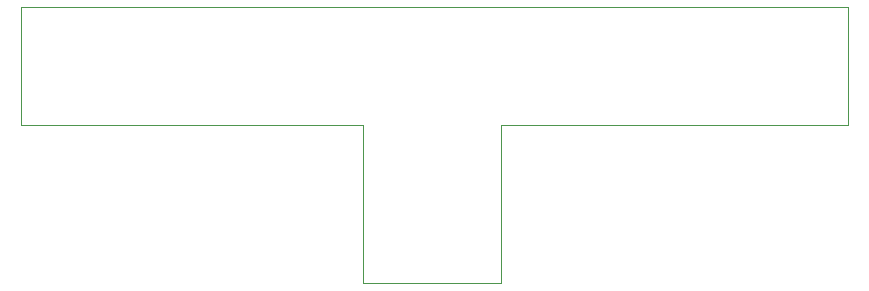
<source format=gbr>
%TF.GenerationSoftware,KiCad,Pcbnew,(5.1.9-0-10_14)*%
%TF.CreationDate,2021-03-02T12:46:57+08:00*%
%TF.ProjectId,sky_girlsday,736b795f-6769-4726-9c73-6461792e6b69,rev?*%
%TF.SameCoordinates,Original*%
%TF.FileFunction,Profile,NP*%
%FSLAX46Y46*%
G04 Gerber Fmt 4.6, Leading zero omitted, Abs format (unit mm)*
G04 Created by KiCad (PCBNEW (5.1.9-0-10_14)) date 2021-03-02 12:46:57*
%MOMM*%
%LPD*%
G01*
G04 APERTURE LIST*
%TA.AperFunction,Profile*%
%ADD10C,0.100000*%
%TD*%
G04 APERTURE END LIST*
D10*
X76500000Y-141000000D02*
X105450000Y-141000000D01*
X146500000Y-131000000D02*
X146500000Y-141000000D01*
X76500000Y-131000000D02*
X146500000Y-131000000D01*
X76500000Y-141000000D02*
X76500000Y-131000000D01*
X146500000Y-141000000D02*
X140000000Y-141000000D01*
X105450000Y-154400000D02*
X105450000Y-141000000D01*
X117150000Y-154400000D02*
X105450000Y-154400000D01*
X117150000Y-141000000D02*
X117150000Y-154400000D01*
X140000000Y-141000000D02*
X117150000Y-141000000D01*
M02*

</source>
